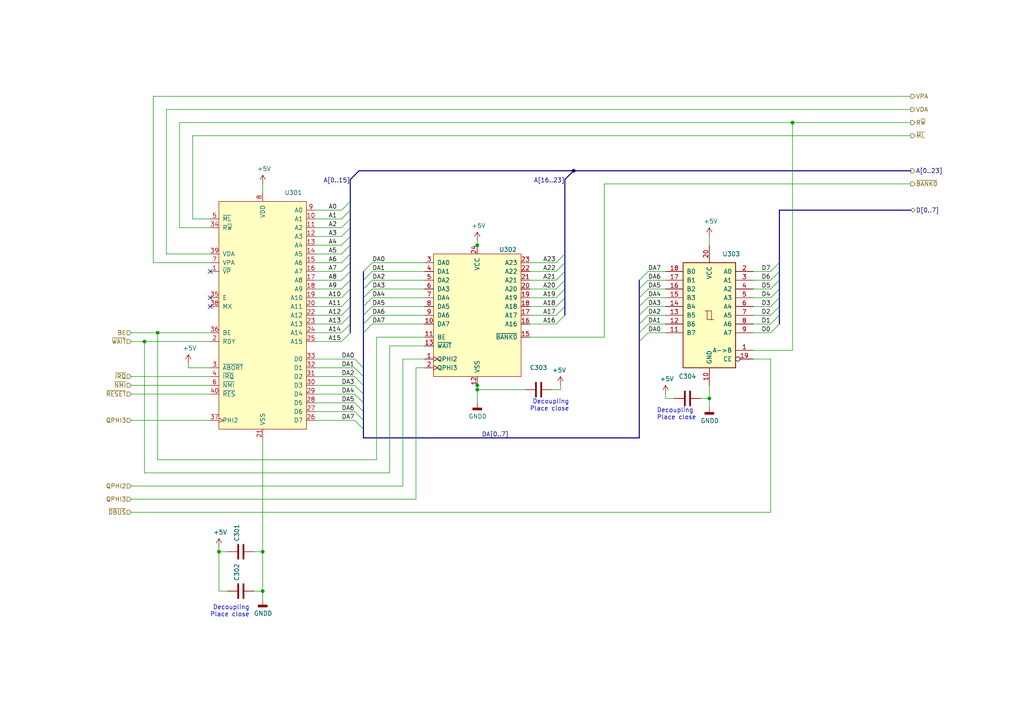
<source format=kicad_sch>
(kicad_sch (version 20211123) (generator eeschema)
  (paper "A4")
  (title_block (title "W65C816S Computer") (date "2020-03-01") (rev "A01") (company "Calle Englund"))
  (lib_symbols
    (symbol "74xx:74LS245" (pin_names (offset 1.016))
      (property "Reference" "U" (at -7.62 16.51 0))
      (property "Value" "74LS245" (at -7.62 -16.51 0))
      (symbol "74LS245_1_0"
        (polyline (pts (xy -0.635 -1.27) (xy -0.635 1.27) (xy 0.635 1.27)))
        (polyline (pts (xy -1.27 -1.27) (xy 0.635 -1.27) (xy 0.635 1.27) (xy 1.27 1.27)))
        (pin input line (at -12.7 -10.16 0) (length 5.08) (name "A->B") (number "1"))
        (pin power_in line (at 0 -20.32 90) (length 5.08) (name "GND") (number "10"))
        (pin tri_state line (at 12.7 -5.08 180) (length 5.08) (name "B7") (number "11"))
        (pin tri_state line (at 12.7 -2.54 180) (length 5.08) (name "B6") (number "12"))
        (pin tri_state line (at 12.7 0 180) (length 5.08) (name "B5") (number "13"))
        (pin tri_state line (at 12.7 2.54 180) (length 5.08) (name "B4") (number "14"))
        (pin tri_state line (at 12.7 5.08 180) (length 5.08) (name "B3") (number "15"))
        (pin tri_state line (at 12.7 7.62 180) (length 5.08) (name "B2") (number "16"))
        (pin tri_state line (at 12.7 10.16 180) (length 5.08) (name "B1") (number "17"))
        (pin tri_state line (at 12.7 12.7 180) (length 5.08) (name "B0") (number "18"))
        (pin input inverted (at -12.7 -12.7 0) (length 5.08) (name "CE") (number "19"))
        (pin tri_state line (at -12.7 12.7 0) (length 5.08) (name "A0") (number "2"))
        (pin power_in line (at 0 20.32 270) (length 5.08) (name "VCC") (number "20"))
        (pin tri_state line (at -12.7 10.16 0) (length 5.08) (name "A1") (number "3"))
        (pin tri_state line (at -12.7 7.62 0) (length 5.08) (name "A2") (number "4"))
        (pin tri_state line (at -12.7 5.08 0) (length 5.08) (name "A3") (number "5"))
        (pin tri_state line (at -12.7 2.54 0) (length 5.08) (name "A4") (number "6"))
        (pin tri_state line (at -12.7 0 0) (length 5.08) (name "A5") (number "7"))
        (pin tri_state line (at -12.7 -2.54 0) (length 5.08) (name "A6") (number "8"))
        (pin tri_state line (at -12.7 -5.08 0) (length 5.08) (name "A7") (number "9"))
      )
      (symbol "74LS245_1_1"
        (rectangle (start -7.62 15.24) (end 7.62 -15.24) (stroke (width 0.254)) (fill (type background)))
      )
    )
    (symbol "CPU_WDC65C816:W65C816S_PDIP" (pin_names (offset 1.016))
      (property "Reference" "U" (at 8.89 35.56 0))
      (property "Value" "W65C816S_PDIP" (at 0 0 90))
      (symbol "W65C816S_PDIP_0_1"
        (rectangle (start 12.7 -33.02) (end -12.7 33.02) (fill (type background)))
      )
      (symbol "W65C816S_PDIP_1_1"
        (pin output line (at -15.24 12.7 0) (length 2.54) (name "~{VP}") (number "1"))
        (pin output line (at 15.24 27.94 180) (length 2.54) (name "A1") (number "10"))
        (pin output line (at 15.24 25.4 180) (length 2.54) (name "A2") (number "11"))
        (pin output line (at 15.24 22.86 180) (length 2.54) (name "A3") (number "12"))
        (pin output line (at 15.24 20.32 180) (length 2.54) (name "A4") (number "13"))
        (pin output line (at 15.24 17.78 180) (length 2.54) (name "A5") (number "14"))
        (pin output line (at 15.24 15.24 180) (length 2.54) (name "A6") (number "15"))
        (pin output line (at 15.24 12.7 180) (length 2.54) (name "A7") (number "16"))
        (pin output line (at 15.24 10.16 180) (length 2.54) (name "A8") (number "17"))
        (pin output line (at 15.24 7.62 180) (length 2.54) (name "A9") (number "18"))
        (pin output line (at 15.24 5.08 180) (length 2.54) (name "A10") (number "19"))
        (pin bidirectional line (at -15.24 -7.62 0) (length 2.54) (name "RDY") (number "2"))
        (pin output line (at 15.24 2.54 180) (length 2.54) (name "A11") (number "20"))
        (pin power_in line (at 0 -35.56 90) (length 2.54) (name "VSS") (number "21"))
        (pin output line (at 15.24 0 180) (length 2.54) (name "A12") (number "22"))
        (pin output line (at 15.24 -2.54 180) (length 2.54) (name "A13") (number "23"))
        (pin output line (at 15.24 -5.08 180) (length 2.54) (name "A14") (number "24"))
        (pin output line (at 15.24 -7.62 180) (length 2.54) (name "A15") (number "25"))
        (pin bidirectional line (at 15.24 -30.48 180) (length 2.54) (name "D7") (number "26"))
        (pin bidirectional line (at 15.24 -27.94 180) (length 2.54) (name "D6") (number "27"))
        (pin bidirectional line (at 15.24 -25.4 180) (length 2.54) (name "D5") (number "28"))
        (pin bidirectional line (at 15.24 -22.86 180) (length 2.54) (name "D4") (number "29"))
        (pin input line (at -15.24 -15.24 0) (length 2.54) (name "~{ABORT}") (number "3"))
        (pin bidirectional line (at 15.24 -20.32 180) (length 2.54) (name "D3") (number "30"))
        (pin bidirectional line (at 15.24 -17.78 180) (length 2.54) (name "D2") (number "31"))
        (pin bidirectional line (at 15.24 -15.24 180) (length 2.54) (name "D1") (number "32"))
        (pin bidirectional line (at 15.24 -12.7 180) (length 2.54) (name "D0") (number "33"))
        (pin output line (at -15.24 25.4 0) (length 2.54) (name "R~{W}") (number "34"))
        (pin output line (at -15.24 5.08 0) (length 2.54) (name "E") (number "35"))
        (pin input line (at -15.24 -5.08 0) (length 2.54) (name "BE") (number "36"))
        (pin input clock (at -15.24 -30.48 0) (length 2.54) (name "PHI2") (number "37"))
        (pin output line (at -15.24 2.54 0) (length 2.54) (name "MX") (number "38"))
        (pin output line (at -15.24 17.78 0) (length 2.54) (name "VDA") (number "39"))
        (pin input line (at -15.24 -17.78 0) (length 2.54) (name "~{IRQ}") (number "4"))
        (pin input line (at -15.24 -22.86 0) (length 2.54) (name "~{RES}") (number "40"))
        (pin output line (at -15.24 27.94 0) (length 2.54) (name "~{ML}") (number "5"))
        (pin input line (at -15.24 -20.32 0) (length 2.54) (name "~{NMI}") (number "6"))
        (pin output line (at -15.24 15.24 0) (length 2.54) (name "VPA") (number "7"))
        (pin power_in line (at 0 35.56 270) (length 2.54) (name "VDD") (number "8"))
        (pin output line (at 15.24 30.48 180) (length 2.54) (name "A0") (number "9"))
      )
    )
    (symbol "Device:C" (pin_numbers hide) (pin_names (offset 0.254))
      (property "Reference" "C" (at 0.635 2.54 0))
      (property "Value" "C" (at 0.635 -2.54 0))
      (symbol "C_0_1"
        (polyline (pts (xy -2.032 -0.762) (xy 2.032 -0.762)) (stroke (width 0.508)))
        (polyline (pts (xy -2.032 0.762) (xy 2.032 0.762)) (stroke (width 0.508)))
      )
      (symbol "C_1_1"
        (pin passive line (at 0 3.81 270) (length 2.794) (name "~") (number "1"))
        (pin passive line (at 0 -3.81 90) (length 2.794) (name "~") (number "2"))
      )
    )
    (symbol "PAL22V10:BANKSY_PDIP" (pin_names (offset 1.016))
      (property "Reference" "U" (at 10.16 20.32 0))
      (property "Value" "BANKSY_PDIP" (at 0 0 90))
      (symbol "BANKSY_PDIP_0_1"
        (rectangle (start -12.7 17.78) (end 12.7 -17.78) (fill (type background)))
      )
      (symbol "BANKSY_PDIP_1_1"
        (pin input clock (at -15.24 -12.7 0) (length 2.54) (name "QPHI2") (number "1"))
        (pin input line (at -15.24 -2.54 0) (length 2.54) (name "DA7") (number "10"))
        (pin input line (at -15.24 -6.35 0) (length 2.54) (name "BE") (number "11"))
        (pin power_in line (at 0 -20.32 90) (length 2.54) (name "VSS") (number "12"))
        (pin input line (at -15.24 -8.89 0) (length 2.54) (name "~{WAIT}") (number "13"))
        (pin tri_state line (at 15.24 -6.35 180) (length 2.54) (name "~{BANK0}") (number "15"))
        (pin tri_state line (at 15.24 -2.54 180) (length 2.54) (name "A16") (number "16"))
        (pin tri_state line (at 15.24 0 180) (length 2.54) (name "A17") (number "17"))
        (pin tri_state line (at 15.24 2.54 180) (length 2.54) (name "A18") (number "18"))
        (pin tri_state line (at 15.24 5.08 180) (length 2.54) (name "A19") (number "19"))
        (pin input clock (at -15.24 -15.24 0) (length 2.54) (name "QPHI3") (number "2"))
        (pin tri_state line (at 15.24 7.62 180) (length 2.54) (name "A20") (number "20"))
        (pin tri_state line (at 15.24 10.16 180) (length 2.54) (name "A21") (number "21"))
        (pin tri_state line (at 15.24 12.7 180) (length 2.54) (name "A22") (number "22"))
        (pin tri_state line (at 15.24 15.24 180) (length 2.54) (name "A23") (number "23"))
        (pin power_in line (at 0 20.32 270) (length 2.54) (name "VCC") (number "24"))
        (pin input line (at -15.24 15.24 0) (length 2.54) (name "DA0") (number "3"))
        (pin input line (at -15.24 12.7 0) (length 2.54) (name "DA1") (number "4"))
        (pin input line (at -15.24 10.16 0) (length 2.54) (name "DA2") (number "5"))
        (pin input line (at -15.24 7.62 0) (length 2.54) (name "DA3") (number "6"))
        (pin input line (at -15.24 5.08 0) (length 2.54) (name "DA4") (number "7"))
        (pin input line (at -15.24 2.54 0) (length 2.54) (name "DA5") (number "8"))
        (pin input line (at -15.24 0 0) (length 2.54) (name "DA6") (number "9"))
      )
    )
    (symbol "power:+5V" (power) (pin_names (offset 0))
      (property "Value" "+5V" (at 0 3.556 0))
      (symbol "+5V_0_1"
        (polyline (pts (xy -0.762 1.27) (xy 0 2.54)))
        (polyline (pts (xy 0 0) (xy 0 2.54)))
        (polyline (pts (xy 0 2.54) (xy 0.762 1.27)))
      )
      (symbol "+5V_1_1"
        (pin power_in line (at 0 0 90) (length 0) hide (name "+5V") (number "1"))
      )
    )
    (symbol "power:GNDD" (power) (pin_names (offset 0))
      (property "Value" "GNDD" (at 0 -3.175 0))
      (symbol "GNDD_0_1"
        (rectangle (start -1.27 -1.524) (end 1.27 -2.032) (stroke (width 0.254)) (fill (type outline)))
        (polyline (pts (xy 0 0) (xy 0 -1.524)))
      )
      (symbol "GNDD_1_1"
        (pin power_in line (at 0 0 270) (length 0) hide (name "GNDD") (number "1"))
      )
    )
  )
  (junction (at 166.37 49.53))
  (junction (at 41.91 99.06))
  (junction (at 138.43 113.03))
  (junction (at 138.43 71.12))
  (junction (at 63.5 160.02))
  (junction (at 205.74 115.57))
  (junction (at 45.72 96.52))
  (junction (at 229.87 35.56))
  (junction (at 76.2 160.02))
  (junction (at 76.2 171.45))
  (junction (at 138.43 111.76))
  (no_connect (at 60.96 86.36))
  (no_connect (at 60.96 88.9))
  (no_connect (at 60.96 78.74))
  (bus_entry (at 99.06 93.98) (size 2.54 -2.54))
  (bus_entry (at 185.42 93.98) (size 2.54 -2.54))
  (bus_entry (at 161.29 83.82) (size 2.54 -2.54))
  (bus_entry (at 223.52 93.98) (size 2.54 -2.54))
  (bus_entry (at 223.52 81.28) (size 2.54 -2.54))
  (bus_entry (at 105.41 83.82) (size 2.54 -2.54))
  (bus_entry (at 105.41 86.36) (size 2.54 -2.54))
  (bus_entry (at 185.42 88.9) (size 2.54 -2.54))
  (bus_entry (at 223.52 96.52) (size 2.54 -2.54))
  (bus_entry (at 102.87 114.3) (size 2.54 2.54))
  (bus_entry (at 99.06 78.74) (size 2.54 -2.54))
  (bus_entry (at 185.42 86.36) (size 2.54 -2.54))
  (bus_entry (at 99.06 66.04) (size 2.54 -2.54))
  (bus_entry (at 99.06 63.5) (size 2.54 -2.54))
  (bus_entry (at 99.06 76.2) (size 2.54 -2.54))
  (bus_entry (at 161.29 86.36) (size 2.54 -2.54))
  (bus_entry (at 102.87 111.76) (size 2.54 2.54))
  (bus_entry (at 161.29 91.44) (size 2.54 -2.54))
  (bus_entry (at 99.06 60.96) (size 2.54 -2.54))
  (bus_entry (at 102.87 109.22) (size 2.54 2.54))
  (bus_entry (at 161.29 88.9) (size 2.54 -2.54))
  (bus_entry (at 102.87 121.92) (size 2.54 2.54))
  (bus_entry (at 105.41 91.44) (size 2.54 -2.54))
  (bus_entry (at 161.29 78.74) (size 2.54 -2.54))
  (bus_entry (at 102.87 104.14) (size 2.54 2.54))
  (bus_entry (at 161.29 81.28) (size 2.54 -2.54))
  (bus_entry (at 223.52 88.9) (size 2.54 -2.54))
  (bus_entry (at 102.87 116.84) (size 2.54 2.54))
  (bus_entry (at 99.06 99.06) (size 2.54 -2.54))
  (bus_entry (at 99.06 71.12) (size 2.54 -2.54))
  (bus_entry (at 105.41 88.9) (size 2.54 -2.54))
  (bus_entry (at 99.06 86.36) (size 2.54 -2.54))
  (bus_entry (at 185.42 81.28) (size 2.54 -2.54))
  (bus_entry (at 185.42 83.82) (size 2.54 -2.54))
  (bus_entry (at 99.06 88.9) (size 2.54 -2.54))
  (bus_entry (at 105.41 96.52) (size 2.54 -2.54))
  (bus_entry (at 185.42 96.52) (size 2.54 -2.54))
  (bus_entry (at 223.52 78.74) (size 2.54 -2.54))
  (bus_entry (at 185.42 99.06) (size 2.54 -2.54))
  (bus_entry (at 99.06 73.66) (size 2.54 -2.54))
  (bus_entry (at 102.87 106.68) (size 2.54 2.54))
  (bus_entry (at 99.06 83.82) (size 2.54 -2.54))
  (bus_entry (at 99.06 96.52) (size 2.54 -2.54))
  (bus_entry (at 185.42 91.44) (size 2.54 -2.54))
  (bus_entry (at 105.41 93.98) (size 2.54 -2.54))
  (bus_entry (at 105.41 81.28) (size 2.54 -2.54))
  (bus_entry (at 223.52 86.36) (size 2.54 -2.54))
  (bus_entry (at 223.52 83.82) (size 2.54 -2.54))
  (bus_entry (at 223.52 91.44) (size 2.54 -2.54))
  (bus_entry (at 161.29 76.2) (size 2.54 -2.54))
  (bus_entry (at 161.29 93.98) (size 2.54 -2.54))
  (bus_entry (at 99.06 81.28) (size 2.54 -2.54))
  (bus_entry (at 102.87 119.38) (size 2.54 2.54))
  (bus_entry (at 99.06 91.44) (size 2.54 -2.54))
  (bus_entry (at 99.06 68.58) (size 2.54 -2.54))
  (bus_entry (at 105.41 78.74) (size 2.54 -2.54))
  (wire (pts (xy 161.29 81.28) (xy 153.67 81.28)))
  (wire (pts (xy 193.04 114.3) (xy 193.04 115.57)))
  (wire (pts (xy 138.43 116.84) (xy 138.43 113.03)))
  (wire (pts (xy 153.67 88.9) (xy 161.29 88.9)))
  (wire (pts (xy 107.95 83.82) (xy 123.19 83.82)))
  (bus (pts (xy 101.6 66.04) (xy 101.6 68.58)))
  (wire (pts (xy 99.06 91.44) (xy 91.44 91.44)))
  (bus (pts (xy 101.6 52.07) (xy 104.14 49.53)))
  (wire (pts (xy 91.44 104.14) (xy 102.87 104.14)))
  (bus (pts (xy 226.06 91.44) (xy 226.06 93.98)))
  (wire (pts (xy 91.44 109.22) (xy 102.87 109.22)))
  (wire (pts (xy 223.52 83.82) (xy 218.44 83.82)))
  (wire (pts (xy 91.44 114.3) (xy 102.87 114.3)))
  (bus (pts (xy 105.41 93.98) (xy 105.41 96.52)))
  (bus (pts (xy 185.42 81.28) (xy 185.42 83.82)))
  (wire (pts (xy 153.67 78.74) (xy 161.29 78.74)))
  (bus (pts (xy 185.42 91.44) (xy 185.42 93.98)))
  (bus (pts (xy 185.42 96.52) (xy 185.42 99.06)))
  (wire (pts (xy 63.5 160.02) (xy 63.5 171.45)))
  (wire (pts (xy 187.96 88.9) (xy 193.04 88.9)))
  (wire (pts (xy 38.1 109.22) (xy 60.96 109.22)))
  (wire (pts (xy 138.43 69.85) (xy 138.43 71.12)))
  (wire (pts (xy 60.96 111.76) (xy 38.1 111.76)))
  (wire (pts (xy 91.44 63.5) (xy 99.06 63.5)))
  (bus (pts (xy 101.6 58.42) (xy 101.6 60.96)))
  (wire (pts (xy 91.44 111.76) (xy 102.87 111.76)))
  (wire (pts (xy 229.87 35.56) (xy 264.16 35.56)))
  (wire (pts (xy 76.2 160.02) (xy 73.66 160.02)))
  (bus (pts (xy 105.41 86.36) (xy 105.41 88.9)))
  (bus (pts (xy 163.83 52.07) (xy 166.37 49.53)))
  (wire (pts (xy 38.1 114.3) (xy 60.96 114.3)))
  (bus (pts (xy 163.83 78.74) (xy 163.83 81.28)))
  (wire (pts (xy 223.52 104.14) (xy 223.52 148.59)))
  (wire (pts (xy 162.56 113.03) (xy 160.02 113.03)))
  (wire (pts (xy 48.26 31.75) (xy 264.16 31.75)))
  (bus (pts (xy 105.41 119.38) (xy 105.41 121.92)))
  (bus (pts (xy 105.41 121.92) (xy 105.41 124.46)))
  (wire (pts (xy 99.06 76.2) (xy 91.44 76.2)))
  (wire (pts (xy 41.91 137.16) (xy 113.03 137.16)))
  (wire (pts (xy 76.2 53.34) (xy 76.2 55.88)))
  (wire (pts (xy 54.61 105.41) (xy 54.61 106.68)))
  (wire (pts (xy 76.2 173.99) (xy 76.2 171.45)))
  (wire (pts (xy 138.43 71.12) (xy 138.43 72.39)))
  (wire (pts (xy 218.44 81.28) (xy 223.52 81.28)))
  (wire (pts (xy 63.5 158.75) (xy 63.5 160.02)))
  (bus (pts (xy 101.6 81.28) (xy 101.6 83.82)))
  (wire (pts (xy 120.65 106.68) (xy 120.65 144.78)))
  (bus (pts (xy 226.06 88.9) (xy 226.06 91.44)))
  (bus (pts (xy 105.41 109.22) (xy 105.41 111.76)))
  (wire (pts (xy 229.87 35.56) (xy 229.87 101.6)))
  (wire (pts (xy 223.52 78.74) (xy 218.44 78.74)))
  (bus (pts (xy 226.06 60.96) (xy 264.16 60.96)))
  (bus (pts (xy 101.6 83.82) (xy 101.6 86.36)))
  (wire (pts (xy 153.67 83.82) (xy 161.29 83.82)))
  (wire (pts (xy 223.52 88.9) (xy 218.44 88.9)))
  (wire (pts (xy 187.96 93.98) (xy 193.04 93.98)))
  (wire (pts (xy 205.74 111.76) (xy 205.74 115.57)))
  (wire (pts (xy 116.84 104.14) (xy 123.19 104.14)))
  (wire (pts (xy 99.06 71.12) (xy 91.44 71.12)))
  (wire (pts (xy 109.22 133.35) (xy 45.72 133.35)))
  (bus (pts (xy 101.6 60.96) (xy 101.6 63.5)))
  (wire (pts (xy 116.84 140.97) (xy 116.84 104.14)))
  (wire (pts (xy 48.26 73.66) (xy 60.96 73.66)))
  (wire (pts (xy 218.44 86.36) (xy 223.52 86.36)))
  (bus (pts (xy 226.06 60.96) (xy 226.06 76.2)))
  (wire (pts (xy 45.72 133.35) (xy 45.72 96.52)))
  (wire (pts (xy 193.04 91.44) (xy 187.96 91.44)))
  (wire (pts (xy 91.44 68.58) (xy 99.06 68.58)))
  (wire (pts (xy 187.96 83.82) (xy 193.04 83.82)))
  (bus (pts (xy 105.41 116.84) (xy 105.41 119.38)))
  (wire (pts (xy 52.07 35.56) (xy 52.07 66.04)))
  (wire (pts (xy 162.56 111.76) (xy 162.56 113.03)))
  (wire (pts (xy 48.26 73.66) (xy 48.26 31.75)))
  (wire (pts (xy 99.06 81.28) (xy 91.44 81.28)))
  (bus (pts (xy 101.6 71.12) (xy 101.6 73.66)))
  (wire (pts (xy 91.44 116.84) (xy 102.87 116.84)))
  (wire (pts (xy 91.44 73.66) (xy 99.06 73.66)))
  (wire (pts (xy 193.04 81.28) (xy 187.96 81.28)))
  (wire (pts (xy 187.96 78.74) (xy 193.04 78.74)))
  (bus (pts (xy 185.42 86.36) (xy 185.42 88.9)))
  (wire (pts (xy 193.04 86.36) (xy 187.96 86.36)))
  (bus (pts (xy 101.6 88.9) (xy 101.6 91.44)))
  (wire (pts (xy 107.95 86.36) (xy 123.19 86.36)))
  (bus (pts (xy 105.41 78.74) (xy 105.41 81.28)))
  (wire (pts (xy 91.44 60.96) (xy 99.06 60.96)))
  (wire (pts (xy 60.96 106.68) (xy 54.61 106.68)))
  (wire (pts (xy 218.44 96.52) (xy 223.52 96.52)))
  (wire (pts (xy 91.44 106.68) (xy 102.87 106.68)))
  (wire (pts (xy 52.07 35.56) (xy 229.87 35.56)))
  (bus (pts (xy 163.83 83.82) (xy 163.83 86.36)))
  (wire (pts (xy 99.06 66.04) (xy 91.44 66.04)))
  (wire (pts (xy 223.52 93.98) (xy 218.44 93.98)))
  (wire (pts (xy 73.66 171.45) (xy 76.2 171.45)))
  (wire (pts (xy 107.95 91.44) (xy 123.19 91.44)))
  (wire (pts (xy 193.04 96.52) (xy 187.96 96.52)))
  (wire (pts (xy 218.44 104.14) (xy 223.52 104.14)))
  (wire (pts (xy 205.74 68.58) (xy 205.74 71.12)))
  (wire (pts (xy 38.1 144.78) (xy 120.65 144.78)))
  (wire (pts (xy 91.44 119.38) (xy 102.87 119.38)))
  (wire (pts (xy 113.03 137.16) (xy 113.03 100.33)))
  (wire (pts (xy 76.2 171.45) (xy 76.2 160.02)))
  (wire (pts (xy 91.44 93.98) (xy 99.06 93.98)))
  (wire (pts (xy 175.26 97.79) (xy 175.26 53.34)))
  (bus (pts (xy 163.83 73.66) (xy 163.83 76.2)))
  (wire (pts (xy 161.29 91.44) (xy 153.67 91.44)))
  (bus (pts (xy 185.42 93.98) (xy 185.42 96.52)))
  (wire (pts (xy 107.95 88.9) (xy 123.19 88.9)))
  (wire (pts (xy 44.45 27.94) (xy 264.16 27.94)))
  (wire (pts (xy 91.44 78.74) (xy 99.06 78.74)))
  (wire (pts (xy 76.2 127) (xy 76.2 160.02)))
  (wire (pts (xy 175.26 53.34) (xy 264.16 53.34)))
  (wire (pts (xy 109.22 97.79) (xy 123.19 97.79)))
  (wire (pts (xy 152.4 113.03) (xy 138.43 113.03)))
  (wire (pts (xy 91.44 121.92) (xy 102.87 121.92)))
  (wire (pts (xy 107.95 81.28) (xy 123.19 81.28)))
  (wire (pts (xy 44.45 76.2) (xy 60.96 76.2)))
  (bus (pts (xy 105.41 91.44) (xy 105.41 93.98)))
  (wire (pts (xy 60.96 63.5) (xy 55.88 63.5)))
  (bus (pts (xy 226.06 83.82) (xy 226.06 86.36)))
  (wire (pts (xy 161.29 86.36) (xy 153.67 86.36)))
  (wire (pts (xy 153.67 97.79) (xy 175.26 97.79)))
  (wire (pts (xy 203.2 115.57) (xy 205.74 115.57)))
  (bus (pts (xy 226.06 76.2) (xy 226.06 78.74)))
  (wire (pts (xy 44.45 76.2) (xy 44.45 27.94)))
  (wire (pts (xy 99.06 86.36) (xy 91.44 86.36)))
  (bus (pts (xy 105.41 124.46) (xy 105.41 127)))
  (wire (pts (xy 55.88 39.37) (xy 264.16 39.37)))
  (wire (pts (xy 91.44 83.82) (xy 99.06 83.82)))
  (wire (pts (xy 218.44 91.44) (xy 223.52 91.44)))
  (bus (pts (xy 101.6 52.07) (xy 101.6 58.42)))
  (bus (pts (xy 226.06 78.74) (xy 226.06 81.28)))
  (wire (pts (xy 107.95 76.2) (xy 123.19 76.2)))
  (wire (pts (xy 55.88 63.5) (xy 55.88 39.37)))
  (bus (pts (xy 105.41 106.68) (xy 105.41 109.22)))
  (bus (pts (xy 101.6 73.66) (xy 101.6 76.2)))
  (wire (pts (xy 138.43 113.03) (xy 138.43 111.76)))
  (wire (pts (xy 205.74 118.11) (xy 205.74 115.57)))
  (bus (pts (xy 185.42 83.82) (xy 185.42 86.36)))
  (wire (pts (xy 99.06 96.52) (xy 91.44 96.52)))
  (wire (pts (xy 109.22 97.79) (xy 109.22 133.35)))
  (wire (pts (xy 45.72 96.52) (xy 60.96 96.52)))
  (wire (pts (xy 41.91 99.06) (xy 38.1 99.06)))
  (wire (pts (xy 66.04 160.02) (xy 63.5 160.02)))
  (wire (pts (xy 60.96 66.04) (xy 52.07 66.04)))
  (wire (pts (xy 113.03 100.33) (xy 123.19 100.33)))
  (wire (pts (xy 229.87 101.6) (xy 218.44 101.6)))
  (wire (pts (xy 120.65 106.68) (xy 123.19 106.68)))
  (bus (pts (xy 163.83 81.28) (xy 163.83 83.82)))
  (wire (pts (xy 91.44 99.06) (xy 99.06 99.06)))
  (bus (pts (xy 101.6 76.2) (xy 101.6 78.74)))
  (wire (pts (xy 161.29 76.2) (xy 153.67 76.2)))
  (bus (pts (xy 163.83 52.07) (xy 163.83 73.66)))
  (bus (pts (xy 226.06 86.36) (xy 226.06 88.9)))
  (bus (pts (xy 105.41 96.52) (xy 105.41 106.68)))
  (bus (pts (xy 101.6 78.74) (xy 101.6 81.28)))
  (bus (pts (xy 101.6 93.98) (xy 101.6 96.52)))
  (wire (pts (xy 38.1 140.97) (xy 116.84 140.97)))
  (wire (pts (xy 153.67 93.98) (xy 161.29 93.98)))
  (bus (pts (xy 166.37 49.53) (xy 264.16 49.53)))
  (bus (pts (xy 101.6 63.5) (xy 101.6 66.04)))
  (wire (pts (xy 38.1 121.92) (xy 60.96 121.92)))
  (bus (pts (xy 163.83 86.36) (xy 163.83 88.9)))
  (bus (pts (xy 101.6 68.58) (xy 101.6 71.12)))
  (bus (pts (xy 105.41 114.3) (xy 105.41 116.84)))
  (wire (pts (xy 138.43 111.76) (xy 138.43 110.49)))
  (bus (pts (xy 185.42 99.06) (xy 185.42 127)))
  (wire (pts (xy 193.04 115.57) (xy 195.58 115.57)))
  (bus (pts (xy 163.83 76.2) (xy 163.83 78.74)))
  (wire (pts (xy 107.95 78.74) (xy 123.19 78.74)))
  (bus (pts (xy 105.41 127) (xy 185.42 127)))
  (wire (pts (xy 60.96 99.06) (xy 41.91 99.06)))
  (bus (pts (xy 105.41 111.76) (xy 105.41 114.3)))
  (bus (pts (xy 185.42 88.9) (xy 185.42 91.44)))
  (bus (pts (xy 163.83 88.9) (xy 163.83 91.44)))
  (wire (pts (xy 91.44 88.9) (xy 99.06 88.9)))
  (wire (pts (xy 63.5 171.45) (xy 66.04 171.45)))
  (bus (pts (xy 104.14 49.53) (xy 166.37 49.53)))
  (wire (pts (xy 38.1 96.52) (xy 45.72 96.52)))
  (wire (pts (xy 41.91 99.06) (xy 41.91 137.16)))
  (wire (pts (xy 38.1 148.59) (xy 223.52 148.59)))
  (bus (pts (xy 226.06 81.28) (xy 226.06 83.82)))
  (bus (pts (xy 101.6 86.36) (xy 101.6 88.9)))
  (bus (pts (xy 101.6 91.44) (xy 101.6 93.98)))
  (wire (pts (xy 107.95 93.98) (xy 123.19 93.98)))
  (bus (pts (xy 105.41 83.82) (xy 105.41 86.36)))
  (bus (pts (xy 105.41 88.9) (xy 105.41 91.44)))
  (bus (pts (xy 105.41 81.28) (xy 105.41 83.82)))
  (text "Decoupling\nPlace close" (at 72.39 179.07 180) (effects (font (size 1.27 1.27)) (justify right bottom)))
  (text "Decoupling\nPlace close" (at 165.1 119.38 180) (effects (font (size 1.27 1.27)) (justify right bottom)))
  (text "Decoupling\nPlace close" (at 190.5 121.92 0) (effects (font (size 1.27 1.27)) (justify left bottom)))
  (label "DA0" (at 107.95 76.2 0))
  (label "DA2" (at 107.95 81.28 0))
  (label "DA4" (at 107.95 86.36 0))
  (label "A12" (at 95.25 91.44 0))
  (label "A7" (at 95.25 78.74 0))
  (label "DA3" (at 107.95 83.82 0))
  (label "A20" (at 157.48 83.82 0))
  (label "DA5" (at 107.95 88.9 0))
  (label "DA0" (at 99.06 104.14 0))
  (label "A22" (at 157.48 78.74 0))
  (label "DA4" (at 99.06 114.3 0))
  (label "DA6" (at 99.06 119.38 0))
  (label "A18" (at 157.48 88.9 0))
  (label "A4" (at 95.25 71.12 0))
  (label "A3" (at 95.25 68.58 0))
  (label "D0" (at 223.52 96.52 180))
  (label "A19" (at 157.48 86.36 0))
  (label "DA1" (at 99.06 106.68 0))
  (label "DA7" (at 99.06 121.92 0))
  (label "A11" (at 95.25 88.9 0))
  (label "A[0..15]" (at 101.6 53.34 180))
  (label "DA4" (at 187.96 86.36 0))
  (label "DA6" (at 187.96 81.28 0))
  (label "A16" (at 157.48 93.98 0))
  (label "DA1" (at 107.95 78.74 0))
  (label "DA2" (at 187.96 91.44 0))
  (label "A0" (at 95.25 60.96 0))
  (label "D2" (at 223.52 91.44 180))
  (label "DA1" (at 187.96 93.98 0))
  (label "DA5" (at 187.96 83.82 0))
  (label "D7" (at 223.52 78.74 180))
  (label "A1" (at 95.25 63.5 0))
  (label "DA7" (at 107.95 93.98 0))
  (label "A9" (at 95.25 83.82 0))
  (label "D6" (at 223.52 81.28 180))
  (label "D4" (at 223.52 86.36 180))
  (label "DA5" (at 99.06 116.84 0))
  (label "DA7" (at 187.96 78.74 0))
  (label "A14" (at 95.25 96.52 0))
  (label "A13" (at 95.25 93.98 0))
  (label "A[16..23]" (at 163.83 53.34 180))
  (label "DA6" (at 107.95 91.44 0))
  (label "DA3" (at 99.06 111.76 0))
  (label "DA2" (at 99.06 109.22 0))
  (label "DA0" (at 187.96 96.52 0))
  (label "A17" (at 157.48 91.44 0))
  (label "A23" (at 157.48 76.2 0))
  (label "D3" (at 223.52 88.9 180))
  (label "A21" (at 157.48 81.28 0))
  (label "A8" (at 95.25 81.28 0))
  (label "D1" (at 223.52 93.98 180))
  (label "A2" (at 95.25 66.04 0))
  (label "DA3" (at 187.96 88.9 0))
  (label "A15" (at 95.25 99.06 0))
  (label "A6" (at 95.25 76.2 0))
  (label "D5" (at 223.52 83.82 180))
  (label "DA[0..7]" (at 139.7 127 0))
  (label "A5" (at 95.25 73.66 0))
  (label "A10" (at 95.25 86.36 0))
  (hierarchical_label "A[0..23]" (shape output) (at 264.16 49.53 0))
  (hierarchical_label "BE" (shape input) (at 38.1 96.52 180))
  (hierarchical_label "QPHI3" (shape input) (at 38.1 121.92 180))
  (hierarchical_label "~{BANK0}" (shape output) (at 264.16 53.34 0))
  (hierarchical_label "~{DBUS}" (shape input) (at 38.1 148.59 180))
  (hierarchical_label "~{WAIT}" (shape input) (at 38.1 99.06 180))
  (hierarchical_label "VDA" (shape output) (at 264.16 31.75 0))
  (hierarchical_label "~{IRQ}" (shape input) (at 38.1 109.22 180))
  (hierarchical_label "QPHI3" (shape input) (at 38.1 144.78 180))
  (hierarchical_label "~{NMI}" (shape input) (at 38.1 111.76 180))
  (hierarchical_label "~{ML}" (shape output) (at 264.16 39.37 0))
  (hierarchical_label "R~{W}" (shape output) (at 264.16 35.56 0))
  (hierarchical_label "~{RESET}" (shape input) (at 38.1 114.3 180))
  (hierarchical_label "VPA" (shape output) (at 264.16 27.94 0))
  (hierarchical_label "D[0..7]" (shape bidirectional) (at 264.16 60.96 0))
  (hierarchical_label "QPHI2" (shape input) (at 38.1 140.97 180))
  (symbol (lib_id "CPU_WDC65C816:W65C816S_PDIP") (at 76.2 91.44 0) (unit 1)
    (property "Reference" "U301" (at 85.09 55.88 0))
  )
  (symbol (lib_id "74xx:74LS245") (at 205.74 91.44 0) (mirror y) (unit 1)
    (property "Reference" "U303" (at 212.09 73.66 0))
    (property "Datasheet" "http://www.ti.com/lit/gpn/sn74LS245" (effects hide))
  )
  (symbol (lib_id "Device:C") (at 69.85 171.45 90) (unit 1)
    (property "Reference" "C302" (at 68.6816 168.529 0) (effects (justify left)))
  )
  (symbol (lib_id "Device:C") (at 69.85 160.02 90) (unit 1)
    (property "Reference" "C301" (at 68.6816 157.099 0) (effects (justify left)))
  )
  (symbol (lib_id "Device:C") (at 199.39 115.57 270) (unit 1)
    (property "Reference" "C304" (at 199.39 109.1692 90))
  )
  (symbol (lib_id "PAL22V10:BANKSY_PDIP") (at 138.43 91.44 0) (unit 1)
    (property "Reference" "U302" (at 147.32 72.39 0))
  )
  (symbol (lib_id "power:+5V") (at 138.43 69.85 0) (unit 1)
    (property "Reference" "#PWR0305" (effects hide))
  )
  (symbol (lib_id "power:GNDD") (at 138.43 116.84 0) (unit 1)
    (property "Reference" "#PWR0306" (effects hide))
  )
  (symbol (lib_id "Device:C") (at 156.21 113.03 90) (mirror x) (unit 1)
    (property "Reference" "C303" (at 156.21 106.6292 90))
  )
  (symbol (lib_id "power:+5V") (at 162.56 111.76 0) (mirror y) (unit 1)
    (property "Reference" "#PWR0307" (effects hide))
  )
  (symbol (lib_id "power:GNDD") (at 76.2 173.99 0) (unit 1)
    (property "Reference" "#PWR0304" (effects hide))
  )
  (symbol (lib_id "power:+5V") (at 63.5 158.75 0) (unit 1)
    (property "Reference" "#PWR0302" (effects hide))
  )
  (symbol (lib_id "power:+5V") (at 54.61 105.41 0) (unit 1)
    (property "Reference" "#PWR0301" (effects hide))
  )
  (symbol (lib_id "power:+5V") (at 76.2 53.34 0) (unit 1)
    (property "Reference" "#PWR0303" (effects hide))
  )
  (symbol (lib_id "power:+5V") (at 205.74 68.58 0) (unit 1)
    (property "Reference" "#PWR0309" (effects hide))
  )
  (symbol (lib_id "power:GNDD") (at 205.74 118.11 0) (unit 1)
    (property "Reference" "#PWR0310" (effects hide))
  )
  (symbol (lib_id "power:+5V") (at 193.04 114.3 0) (unit 1)
    (property "Reference" "#PWR0308" (effects hide))
  )
)
</source>
